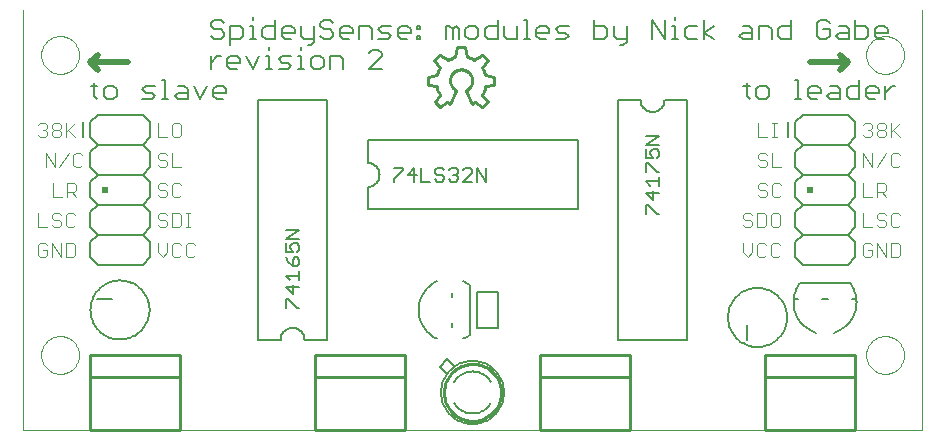
<source format=gto>
G75*
G70*
%OFA0B0*%
%FSLAX24Y24*%
%IPPOS*%
%LPD*%
%AMOC8*
5,1,8,0,0,1.08239X$1,22.5*
%
%ADD10C,0.0000*%
%ADD11C,0.0060*%
%ADD12C,0.0040*%
%ADD13C,0.0200*%
%ADD14C,0.0050*%
%ADD15C,0.0100*%
%ADD16C,0.0080*%
%ADD17R,0.0200X0.0200*%
D10*
X000101Y000151D02*
X000101Y014147D01*
X000721Y012651D02*
X000723Y012701D01*
X000729Y012751D01*
X000739Y012800D01*
X000753Y012848D01*
X000770Y012895D01*
X000791Y012940D01*
X000816Y012984D01*
X000844Y013025D01*
X000876Y013064D01*
X000910Y013101D01*
X000947Y013135D01*
X000987Y013165D01*
X001029Y013192D01*
X001073Y013216D01*
X001119Y013237D01*
X001166Y013253D01*
X001214Y013266D01*
X001264Y013275D01*
X001313Y013280D01*
X001364Y013281D01*
X001414Y013278D01*
X001463Y013271D01*
X001512Y013260D01*
X001560Y013245D01*
X001606Y013227D01*
X001651Y013205D01*
X001694Y013179D01*
X001735Y013150D01*
X001774Y013118D01*
X001810Y013083D01*
X001842Y013045D01*
X001872Y013005D01*
X001899Y012962D01*
X001922Y012918D01*
X001941Y012872D01*
X001957Y012824D01*
X001969Y012775D01*
X001977Y012726D01*
X001981Y012676D01*
X001981Y012626D01*
X001977Y012576D01*
X001969Y012527D01*
X001957Y012478D01*
X001941Y012430D01*
X001922Y012384D01*
X001899Y012340D01*
X001872Y012297D01*
X001842Y012257D01*
X001810Y012219D01*
X001774Y012184D01*
X001735Y012152D01*
X001694Y012123D01*
X001651Y012097D01*
X001606Y012075D01*
X001560Y012057D01*
X001512Y012042D01*
X001463Y012031D01*
X001414Y012024D01*
X001364Y012021D01*
X001313Y012022D01*
X001264Y012027D01*
X001214Y012036D01*
X001166Y012049D01*
X001119Y012065D01*
X001073Y012086D01*
X001029Y012110D01*
X000987Y012137D01*
X000947Y012167D01*
X000910Y012201D01*
X000876Y012238D01*
X000844Y012277D01*
X000816Y012318D01*
X000791Y012362D01*
X000770Y012407D01*
X000753Y012454D01*
X000739Y012502D01*
X000729Y012551D01*
X000723Y012601D01*
X000721Y012651D01*
X000721Y002651D02*
X000723Y002701D01*
X000729Y002751D01*
X000739Y002800D01*
X000753Y002848D01*
X000770Y002895D01*
X000791Y002940D01*
X000816Y002984D01*
X000844Y003025D01*
X000876Y003064D01*
X000910Y003101D01*
X000947Y003135D01*
X000987Y003165D01*
X001029Y003192D01*
X001073Y003216D01*
X001119Y003237D01*
X001166Y003253D01*
X001214Y003266D01*
X001264Y003275D01*
X001313Y003280D01*
X001364Y003281D01*
X001414Y003278D01*
X001463Y003271D01*
X001512Y003260D01*
X001560Y003245D01*
X001606Y003227D01*
X001651Y003205D01*
X001694Y003179D01*
X001735Y003150D01*
X001774Y003118D01*
X001810Y003083D01*
X001842Y003045D01*
X001872Y003005D01*
X001899Y002962D01*
X001922Y002918D01*
X001941Y002872D01*
X001957Y002824D01*
X001969Y002775D01*
X001977Y002726D01*
X001981Y002676D01*
X001981Y002626D01*
X001977Y002576D01*
X001969Y002527D01*
X001957Y002478D01*
X001941Y002430D01*
X001922Y002384D01*
X001899Y002340D01*
X001872Y002297D01*
X001842Y002257D01*
X001810Y002219D01*
X001774Y002184D01*
X001735Y002152D01*
X001694Y002123D01*
X001651Y002097D01*
X001606Y002075D01*
X001560Y002057D01*
X001512Y002042D01*
X001463Y002031D01*
X001414Y002024D01*
X001364Y002021D01*
X001313Y002022D01*
X001264Y002027D01*
X001214Y002036D01*
X001166Y002049D01*
X001119Y002065D01*
X001073Y002086D01*
X001029Y002110D01*
X000987Y002137D01*
X000947Y002167D01*
X000910Y002201D01*
X000876Y002238D01*
X000844Y002277D01*
X000816Y002318D01*
X000791Y002362D01*
X000770Y002407D01*
X000753Y002454D01*
X000739Y002502D01*
X000729Y002551D01*
X000723Y002601D01*
X000721Y002651D01*
X000101Y000151D02*
X030096Y000151D01*
X030096Y014147D01*
X028221Y012651D02*
X028223Y012701D01*
X028229Y012751D01*
X028239Y012800D01*
X028253Y012848D01*
X028270Y012895D01*
X028291Y012940D01*
X028316Y012984D01*
X028344Y013025D01*
X028376Y013064D01*
X028410Y013101D01*
X028447Y013135D01*
X028487Y013165D01*
X028529Y013192D01*
X028573Y013216D01*
X028619Y013237D01*
X028666Y013253D01*
X028714Y013266D01*
X028764Y013275D01*
X028813Y013280D01*
X028864Y013281D01*
X028914Y013278D01*
X028963Y013271D01*
X029012Y013260D01*
X029060Y013245D01*
X029106Y013227D01*
X029151Y013205D01*
X029194Y013179D01*
X029235Y013150D01*
X029274Y013118D01*
X029310Y013083D01*
X029342Y013045D01*
X029372Y013005D01*
X029399Y012962D01*
X029422Y012918D01*
X029441Y012872D01*
X029457Y012824D01*
X029469Y012775D01*
X029477Y012726D01*
X029481Y012676D01*
X029481Y012626D01*
X029477Y012576D01*
X029469Y012527D01*
X029457Y012478D01*
X029441Y012430D01*
X029422Y012384D01*
X029399Y012340D01*
X029372Y012297D01*
X029342Y012257D01*
X029310Y012219D01*
X029274Y012184D01*
X029235Y012152D01*
X029194Y012123D01*
X029151Y012097D01*
X029106Y012075D01*
X029060Y012057D01*
X029012Y012042D01*
X028963Y012031D01*
X028914Y012024D01*
X028864Y012021D01*
X028813Y012022D01*
X028764Y012027D01*
X028714Y012036D01*
X028666Y012049D01*
X028619Y012065D01*
X028573Y012086D01*
X028529Y012110D01*
X028487Y012137D01*
X028447Y012167D01*
X028410Y012201D01*
X028376Y012238D01*
X028344Y012277D01*
X028316Y012318D01*
X028291Y012362D01*
X028270Y012407D01*
X028253Y012454D01*
X028239Y012502D01*
X028229Y012551D01*
X028223Y012601D01*
X028221Y012651D01*
X028221Y002651D02*
X028223Y002701D01*
X028229Y002751D01*
X028239Y002800D01*
X028253Y002848D01*
X028270Y002895D01*
X028291Y002940D01*
X028316Y002984D01*
X028344Y003025D01*
X028376Y003064D01*
X028410Y003101D01*
X028447Y003135D01*
X028487Y003165D01*
X028529Y003192D01*
X028573Y003216D01*
X028619Y003237D01*
X028666Y003253D01*
X028714Y003266D01*
X028764Y003275D01*
X028813Y003280D01*
X028864Y003281D01*
X028914Y003278D01*
X028963Y003271D01*
X029012Y003260D01*
X029060Y003245D01*
X029106Y003227D01*
X029151Y003205D01*
X029194Y003179D01*
X029235Y003150D01*
X029274Y003118D01*
X029310Y003083D01*
X029342Y003045D01*
X029372Y003005D01*
X029399Y002962D01*
X029422Y002918D01*
X029441Y002872D01*
X029457Y002824D01*
X029469Y002775D01*
X029477Y002726D01*
X029481Y002676D01*
X029481Y002626D01*
X029477Y002576D01*
X029469Y002527D01*
X029457Y002478D01*
X029441Y002430D01*
X029422Y002384D01*
X029399Y002340D01*
X029372Y002297D01*
X029342Y002257D01*
X029310Y002219D01*
X029274Y002184D01*
X029235Y002152D01*
X029194Y002123D01*
X029151Y002097D01*
X029106Y002075D01*
X029060Y002057D01*
X029012Y002042D01*
X028963Y002031D01*
X028914Y002024D01*
X028864Y002021D01*
X028813Y002022D01*
X028764Y002027D01*
X028714Y002036D01*
X028666Y002049D01*
X028619Y002065D01*
X028573Y002086D01*
X028529Y002110D01*
X028487Y002137D01*
X028447Y002167D01*
X028410Y002201D01*
X028376Y002238D01*
X028344Y002277D01*
X028316Y002318D01*
X028291Y002362D01*
X028270Y002407D01*
X028253Y002454D01*
X028239Y002502D01*
X028229Y002551D01*
X028223Y002601D01*
X028221Y002651D01*
D11*
X027161Y003398D02*
X027221Y003418D01*
X027280Y003442D01*
X027337Y003470D01*
X027392Y003501D01*
X027446Y003536D01*
X027497Y003573D01*
X027546Y003614D01*
X027592Y003658D01*
X027636Y003704D01*
X027677Y003753D01*
X027715Y003804D01*
X027749Y003857D01*
X027781Y003913D01*
X027808Y003970D01*
X027833Y004029D01*
X027853Y004089D01*
X027871Y004150D01*
X027884Y004212D01*
X027893Y004275D01*
X027899Y004338D01*
X027901Y004402D01*
X027899Y004466D01*
X027893Y004529D01*
X027884Y004592D01*
X027870Y004654D01*
X027853Y004715D01*
X027832Y004775D01*
X027808Y004834D01*
X027780Y004891D01*
X027748Y004947D01*
X027713Y005000D01*
X027676Y005051D01*
X026026Y005051D01*
X025963Y004501D02*
X025806Y004501D01*
X026738Y004501D02*
X026963Y004501D01*
X026026Y005051D02*
X025989Y005000D01*
X025954Y004947D01*
X025922Y004891D01*
X025894Y004834D01*
X025870Y004775D01*
X025849Y004715D01*
X025832Y004654D01*
X025818Y004592D01*
X025809Y004529D01*
X025803Y004466D01*
X025801Y004402D01*
X025803Y004338D01*
X025809Y004275D01*
X025818Y004212D01*
X025831Y004150D01*
X025849Y004089D01*
X025869Y004029D01*
X025894Y003970D01*
X025921Y003913D01*
X025953Y003857D01*
X025987Y003804D01*
X026025Y003753D01*
X026066Y003704D01*
X026110Y003658D01*
X026156Y003614D01*
X026205Y003573D01*
X026256Y003536D01*
X026310Y003501D01*
X026365Y003470D01*
X026422Y003442D01*
X026481Y003418D01*
X026541Y003398D01*
X027738Y004501D02*
X027896Y004501D01*
X027601Y005651D02*
X026101Y005651D01*
X025851Y005901D01*
X025851Y006401D01*
X026101Y006651D01*
X027601Y006651D01*
X027851Y006401D01*
X027851Y005901D01*
X027601Y005651D01*
X027601Y006651D02*
X027851Y006901D01*
X027851Y007401D01*
X027601Y007651D01*
X026101Y007651D01*
X025851Y007401D01*
X025851Y006901D01*
X026101Y006651D01*
X026101Y007651D02*
X025851Y007901D01*
X025851Y008401D01*
X026101Y008651D01*
X027601Y008651D01*
X027851Y008401D01*
X027851Y007901D01*
X027601Y007651D01*
X027601Y008651D02*
X027851Y008901D01*
X027851Y009401D01*
X027601Y009651D01*
X026101Y009651D01*
X025851Y009401D01*
X025851Y008901D01*
X026101Y008651D01*
X026101Y009651D02*
X025851Y009901D01*
X025851Y010401D01*
X026101Y010651D01*
X027601Y010651D01*
X027851Y010401D01*
X027851Y009901D01*
X027601Y009651D01*
X027675Y011181D02*
X027568Y011288D01*
X027568Y011501D01*
X027675Y011608D01*
X027995Y011608D01*
X027995Y011822D02*
X027995Y011181D01*
X027675Y011181D01*
X027351Y011181D02*
X027030Y011181D01*
X026924Y011288D01*
X027030Y011395D01*
X027351Y011395D01*
X027351Y011501D02*
X027351Y011181D01*
X027351Y011501D02*
X027244Y011608D01*
X027030Y011608D01*
X026706Y011501D02*
X026706Y011395D01*
X026279Y011395D01*
X026279Y011501D02*
X026279Y011288D01*
X026386Y011181D01*
X026599Y011181D01*
X026706Y011501D02*
X026599Y011608D01*
X026386Y011608D01*
X026279Y011501D01*
X026063Y011181D02*
X025850Y011181D01*
X025956Y011181D02*
X025956Y011822D01*
X025850Y011822D01*
X024987Y011501D02*
X024987Y011288D01*
X024881Y011181D01*
X024667Y011181D01*
X024560Y011288D01*
X024560Y011501D01*
X024667Y011608D01*
X024881Y011608D01*
X024987Y011501D01*
X024344Y011608D02*
X024131Y011608D01*
X024238Y011715D02*
X024238Y011288D01*
X024344Y011181D01*
X022251Y011151D02*
X021501Y011151D01*
X021499Y011112D01*
X021493Y011073D01*
X021484Y011035D01*
X021471Y010998D01*
X021454Y010962D01*
X021434Y010929D01*
X021410Y010897D01*
X021384Y010868D01*
X021355Y010842D01*
X021323Y010818D01*
X021290Y010798D01*
X021254Y010781D01*
X021217Y010768D01*
X021179Y010759D01*
X021140Y010753D01*
X021101Y010751D01*
X021062Y010753D01*
X021023Y010759D01*
X020985Y010768D01*
X020948Y010781D01*
X020912Y010798D01*
X020879Y010818D01*
X020847Y010842D01*
X020818Y010868D01*
X020792Y010897D01*
X020768Y010929D01*
X020748Y010962D01*
X020731Y010998D01*
X020718Y011035D01*
X020709Y011073D01*
X020703Y011112D01*
X020701Y011151D01*
X019951Y011151D01*
X019951Y003151D01*
X022251Y003151D01*
X022251Y011151D01*
X018601Y009801D02*
X018601Y007501D01*
X011601Y007501D01*
X011601Y008251D01*
X011640Y008253D01*
X011679Y008259D01*
X011717Y008268D01*
X011754Y008281D01*
X011790Y008298D01*
X011823Y008318D01*
X011855Y008342D01*
X011884Y008368D01*
X011910Y008397D01*
X011934Y008429D01*
X011954Y008462D01*
X011971Y008498D01*
X011984Y008535D01*
X011993Y008573D01*
X011999Y008612D01*
X012001Y008651D01*
X011999Y008690D01*
X011993Y008729D01*
X011984Y008767D01*
X011971Y008804D01*
X011954Y008840D01*
X011934Y008873D01*
X011910Y008905D01*
X011884Y008934D01*
X011855Y008960D01*
X011823Y008984D01*
X011790Y009004D01*
X011754Y009021D01*
X011717Y009034D01*
X011679Y009043D01*
X011640Y009049D01*
X011601Y009051D01*
X011601Y009801D01*
X018601Y009801D01*
X012071Y012181D02*
X011644Y012181D01*
X012071Y012608D01*
X012071Y012715D01*
X011965Y012822D01*
X011751Y012822D01*
X011644Y012715D01*
X011749Y013181D02*
X011749Y013501D01*
X011642Y013608D01*
X011322Y013608D01*
X011322Y013181D01*
X010998Y013181D02*
X010784Y013181D01*
X010678Y013288D01*
X010678Y013501D01*
X010784Y013608D01*
X010998Y013608D01*
X011105Y013501D01*
X011105Y013395D01*
X010678Y013395D01*
X010460Y013395D02*
X010460Y013288D01*
X010353Y013181D01*
X010140Y013181D01*
X010033Y013288D01*
X010140Y013501D02*
X010353Y013501D01*
X010460Y013395D01*
X010140Y013501D02*
X010033Y013608D01*
X010033Y013715D01*
X010140Y013822D01*
X010353Y013822D01*
X010460Y013715D01*
X009816Y013608D02*
X009816Y013074D01*
X009709Y012968D01*
X009602Y012968D01*
X009388Y012928D02*
X009388Y012822D01*
X009388Y012608D02*
X009281Y012608D01*
X009388Y012608D02*
X009388Y012181D01*
X009281Y012181D02*
X009495Y012181D01*
X009711Y012288D02*
X009818Y012181D01*
X010031Y012181D01*
X010138Y012288D01*
X010138Y012501D01*
X010031Y012608D01*
X009818Y012608D01*
X009711Y012501D01*
X009711Y012288D01*
X009064Y012288D02*
X008957Y012395D01*
X008743Y012395D01*
X008637Y012501D01*
X008743Y012608D01*
X009064Y012608D01*
X009064Y012288D02*
X008957Y012181D01*
X008637Y012181D01*
X008420Y012181D02*
X008207Y012181D01*
X008314Y012181D02*
X008314Y012608D01*
X008207Y012608D01*
X007989Y012608D02*
X007776Y012181D01*
X007562Y012608D01*
X007345Y012501D02*
X007345Y012395D01*
X006918Y012395D01*
X006918Y012501D02*
X006918Y012288D01*
X007025Y012181D01*
X007238Y012181D01*
X007345Y012501D02*
X007238Y012608D01*
X007025Y012608D01*
X006918Y012501D01*
X006701Y012608D02*
X006594Y012608D01*
X006381Y012395D01*
X006381Y012608D02*
X006381Y012181D01*
X006245Y011608D02*
X006032Y011181D01*
X005818Y011608D01*
X005601Y011501D02*
X005601Y011181D01*
X005280Y011181D01*
X005174Y011288D01*
X005280Y011395D01*
X005601Y011395D01*
X005601Y011501D02*
X005494Y011608D01*
X005280Y011608D01*
X004851Y011822D02*
X004851Y011181D01*
X004744Y011181D02*
X004958Y011181D01*
X004527Y011288D02*
X004420Y011181D01*
X004100Y011181D01*
X004206Y011395D02*
X004100Y011501D01*
X004206Y011608D01*
X004527Y011608D01*
X004744Y011822D02*
X004851Y011822D01*
X004420Y011395D02*
X004206Y011395D01*
X004420Y011395D02*
X004527Y011288D01*
X003237Y011288D02*
X003131Y011181D01*
X002917Y011181D01*
X002810Y011288D01*
X002810Y011501D01*
X002917Y011608D01*
X003131Y011608D01*
X003237Y011501D01*
X003237Y011288D01*
X002594Y011181D02*
X002488Y011288D01*
X002488Y011715D01*
X002594Y011608D02*
X002381Y011608D01*
X002601Y010651D02*
X004101Y010651D01*
X004351Y010401D01*
X004351Y009901D01*
X004101Y009651D01*
X002601Y009651D01*
X002351Y009401D01*
X002351Y008901D01*
X002601Y008651D01*
X004101Y008651D01*
X004351Y008401D01*
X004351Y007901D01*
X004101Y007651D01*
X002601Y007651D01*
X002351Y007401D01*
X002351Y006901D01*
X002601Y006651D01*
X002351Y006401D01*
X002351Y005901D01*
X002601Y005651D01*
X004101Y005651D01*
X004351Y005901D01*
X004351Y006401D01*
X004101Y006651D01*
X002601Y006651D01*
X004101Y006651D02*
X004351Y006901D01*
X004351Y007401D01*
X004101Y007651D01*
X002601Y007651D02*
X002351Y007901D01*
X002351Y008401D01*
X002601Y008651D01*
X004101Y008651D02*
X004351Y008901D01*
X004351Y009401D01*
X004101Y009651D01*
X002601Y009651D02*
X002351Y009901D01*
X002351Y010401D01*
X002601Y010651D01*
X006463Y011288D02*
X006570Y011181D01*
X006783Y011181D01*
X006890Y011395D02*
X006463Y011395D01*
X006463Y011501D02*
X006463Y011288D01*
X006463Y011501D02*
X006570Y011608D01*
X006783Y011608D01*
X006890Y011501D01*
X006890Y011395D01*
X007951Y011151D02*
X010251Y011151D01*
X010251Y003151D01*
X009501Y003151D01*
X009499Y003190D01*
X009493Y003229D01*
X009484Y003267D01*
X009471Y003304D01*
X009454Y003340D01*
X009434Y003373D01*
X009410Y003405D01*
X009384Y003434D01*
X009355Y003460D01*
X009323Y003484D01*
X009290Y003504D01*
X009254Y003521D01*
X009217Y003534D01*
X009179Y003543D01*
X009140Y003549D01*
X009101Y003551D01*
X009062Y003549D01*
X009023Y003543D01*
X008985Y003534D01*
X008948Y003521D01*
X008912Y003504D01*
X008879Y003484D01*
X008847Y003460D01*
X008818Y003434D01*
X008792Y003405D01*
X008768Y003373D01*
X008748Y003340D01*
X008731Y003304D01*
X008718Y003267D01*
X008709Y003229D01*
X008703Y003190D01*
X008701Y003151D01*
X007951Y003151D01*
X007951Y011151D01*
X010355Y012181D02*
X010355Y012608D01*
X010676Y012608D01*
X010782Y012501D01*
X010782Y012181D01*
X009816Y013181D02*
X009495Y013181D01*
X009389Y013288D01*
X009389Y013608D01*
X009171Y013501D02*
X009171Y013395D01*
X008744Y013395D01*
X008744Y013501D02*
X008851Y013608D01*
X009064Y013608D01*
X009171Y013501D01*
X009064Y013181D02*
X008851Y013181D01*
X008744Y013288D01*
X008744Y013501D01*
X008527Y013608D02*
X008206Y013608D01*
X008100Y013501D01*
X008100Y013288D01*
X008206Y013181D01*
X008527Y013181D01*
X008527Y013822D01*
X007777Y013822D02*
X007777Y013928D01*
X007777Y013608D02*
X007777Y013181D01*
X007883Y013181D02*
X007670Y013181D01*
X007452Y013288D02*
X007346Y013181D01*
X007025Y013181D01*
X007025Y012968D02*
X007025Y013608D01*
X007346Y013608D01*
X007452Y013501D01*
X007452Y013288D01*
X007670Y013608D02*
X007777Y013608D01*
X006808Y013715D02*
X006701Y013822D01*
X006488Y013822D01*
X006381Y013715D01*
X006381Y013608D01*
X006488Y013501D01*
X006701Y013501D01*
X006808Y013395D01*
X006808Y013288D01*
X006701Y013181D01*
X006488Y013181D01*
X006381Y013288D01*
X008314Y012928D02*
X008314Y012822D01*
X011967Y013181D02*
X012287Y013181D01*
X012394Y013288D01*
X012287Y013395D01*
X012073Y013395D01*
X011967Y013501D01*
X012073Y013608D01*
X012394Y013608D01*
X012611Y013501D02*
X012718Y013608D01*
X012931Y013608D01*
X013038Y013501D01*
X013038Y013395D01*
X012611Y013395D01*
X012611Y013501D02*
X012611Y013288D01*
X012718Y013181D01*
X012931Y013181D01*
X013256Y013181D02*
X013256Y013288D01*
X013362Y013288D01*
X013362Y013181D01*
X013256Y013181D01*
X013256Y013501D02*
X013256Y013608D01*
X013362Y013608D01*
X013362Y013501D01*
X013256Y013501D01*
X014223Y013608D02*
X014223Y013181D01*
X014436Y013181D02*
X014436Y013501D01*
X014543Y013608D01*
X014650Y013501D01*
X014650Y013181D01*
X014867Y013288D02*
X014974Y013181D01*
X015187Y013181D01*
X015294Y013288D01*
X015294Y013501D01*
X015187Y013608D01*
X014974Y013608D01*
X014867Y013501D01*
X014867Y013288D01*
X014436Y013501D02*
X014329Y013608D01*
X014223Y013608D01*
X015512Y013501D02*
X015512Y013288D01*
X015618Y013181D01*
X015939Y013181D01*
X015939Y013822D01*
X015939Y013608D02*
X015618Y013608D01*
X015512Y013501D01*
X016156Y013608D02*
X016156Y013288D01*
X016263Y013181D01*
X016583Y013181D01*
X016583Y013608D01*
X016801Y013822D02*
X016907Y013822D01*
X016907Y013181D01*
X016801Y013181D02*
X017014Y013181D01*
X017230Y013288D02*
X017230Y013501D01*
X017337Y013608D01*
X017551Y013608D01*
X017657Y013501D01*
X017657Y013395D01*
X017230Y013395D01*
X017230Y013288D02*
X017337Y013181D01*
X017551Y013181D01*
X017875Y013181D02*
X018195Y013181D01*
X018302Y013288D01*
X018195Y013395D01*
X017982Y013395D01*
X017875Y013501D01*
X017982Y013608D01*
X018302Y013608D01*
X019164Y013608D02*
X019484Y013608D01*
X019591Y013501D01*
X019591Y013288D01*
X019484Y013181D01*
X019164Y013181D01*
X019164Y013822D01*
X019808Y013608D02*
X019808Y013288D01*
X019915Y013181D01*
X020235Y013181D01*
X020235Y013074D02*
X020129Y012968D01*
X020022Y012968D01*
X020235Y013074D02*
X020235Y013608D01*
X021097Y013822D02*
X021097Y013181D01*
X021524Y013181D02*
X021524Y013822D01*
X021849Y013822D02*
X021849Y013928D01*
X021849Y013608D02*
X021742Y013608D01*
X021849Y013608D02*
X021849Y013181D01*
X021742Y013181D02*
X021956Y013181D01*
X022172Y013288D02*
X022278Y013181D01*
X022599Y013181D01*
X022816Y013181D02*
X022816Y013822D01*
X022599Y013608D02*
X022278Y013608D01*
X022172Y013501D01*
X022172Y013288D01*
X022816Y013395D02*
X023136Y013608D01*
X022816Y013395D02*
X023136Y013181D01*
X023998Y013288D02*
X024105Y013181D01*
X024425Y013181D01*
X024425Y013501D01*
X024318Y013608D01*
X024105Y013608D01*
X024105Y013395D02*
X024425Y013395D01*
X024642Y013608D02*
X024963Y013608D01*
X025069Y013501D01*
X025069Y013181D01*
X025287Y013288D02*
X025287Y013501D01*
X025394Y013608D01*
X025714Y013608D01*
X025714Y013822D02*
X025714Y013181D01*
X025394Y013181D01*
X025287Y013288D01*
X024642Y013181D02*
X024642Y013608D01*
X024105Y013395D02*
X023998Y013288D01*
X021524Y013181D02*
X021097Y013822D01*
X026576Y013715D02*
X026576Y013288D01*
X026683Y013181D01*
X026896Y013181D01*
X027003Y013288D01*
X027003Y013501D01*
X026789Y013501D01*
X026576Y013715D02*
X026683Y013822D01*
X026896Y013822D01*
X027003Y013715D01*
X027327Y013608D02*
X027541Y013608D01*
X027647Y013501D01*
X027647Y013181D01*
X027327Y013181D01*
X027220Y013288D01*
X027327Y013395D01*
X027647Y013395D01*
X027865Y013608D02*
X028185Y013608D01*
X028292Y013501D01*
X028292Y013288D01*
X028185Y013181D01*
X027865Y013181D01*
X027865Y013822D01*
X028510Y013501D02*
X028616Y013608D01*
X028830Y013608D01*
X028937Y013501D01*
X028937Y013395D01*
X028510Y013395D01*
X028510Y013501D02*
X028510Y013288D01*
X028616Y013181D01*
X028830Y013181D01*
X028857Y011608D02*
X028857Y011181D01*
X028857Y011395D02*
X029071Y011608D01*
X029178Y011608D01*
X028640Y011501D02*
X028640Y011395D01*
X028213Y011395D01*
X028213Y011501D02*
X028213Y011288D01*
X028320Y011181D01*
X028533Y011181D01*
X028640Y011501D02*
X028533Y011608D01*
X028320Y011608D01*
X028213Y011501D01*
X014501Y002251D02*
X014251Y002501D01*
X014001Y002251D01*
X014251Y002001D01*
X015101Y000701D02*
X015153Y000703D01*
X015205Y000709D01*
X015256Y000718D01*
X015306Y000732D01*
X015356Y000749D01*
X015404Y000770D01*
X015450Y000794D01*
X015494Y000822D01*
X015536Y000852D01*
X015575Y000886D01*
X015612Y000923D01*
X015647Y000962D01*
X015678Y001004D01*
X015706Y001048D01*
X015101Y000701D02*
X015049Y000703D01*
X014997Y000709D01*
X014946Y000718D01*
X014896Y000732D01*
X014846Y000749D01*
X014798Y000770D01*
X014752Y000794D01*
X014708Y000822D01*
X014666Y000852D01*
X014627Y000886D01*
X014590Y000923D01*
X014555Y000962D01*
X014524Y001004D01*
X014496Y001048D01*
X014496Y001754D02*
X014524Y001798D01*
X014555Y001840D01*
X014590Y001879D01*
X014627Y001916D01*
X014666Y001950D01*
X014708Y001980D01*
X014752Y002008D01*
X014798Y002032D01*
X014846Y002053D01*
X014896Y002070D01*
X014946Y002084D01*
X014997Y002093D01*
X015049Y002099D01*
X015101Y002101D01*
X015153Y002099D01*
X015205Y002093D01*
X015256Y002084D01*
X015306Y002070D01*
X015356Y002053D01*
X015404Y002032D01*
X015450Y002008D01*
X015494Y001980D01*
X015536Y001950D01*
X015575Y001916D01*
X015612Y001879D01*
X015647Y001840D01*
X015678Y001798D01*
X015706Y001754D01*
X014051Y001401D02*
X014053Y001466D01*
X014059Y001530D01*
X014069Y001594D01*
X014083Y001657D01*
X014100Y001719D01*
X014122Y001780D01*
X014147Y001840D01*
X014176Y001898D01*
X014208Y001954D01*
X014244Y002008D01*
X014283Y002059D01*
X014325Y002108D01*
X014370Y002155D01*
X014418Y002198D01*
X014468Y002239D01*
X014521Y002276D01*
X014576Y002310D01*
X014633Y002341D01*
X014692Y002368D01*
X014752Y002391D01*
X014814Y002411D01*
X014876Y002427D01*
X014940Y002439D01*
X015004Y002447D01*
X015069Y002451D01*
X015133Y002451D01*
X015198Y002447D01*
X015262Y002439D01*
X015326Y002427D01*
X015388Y002411D01*
X015450Y002391D01*
X015510Y002368D01*
X015569Y002341D01*
X015626Y002310D01*
X015681Y002276D01*
X015734Y002239D01*
X015784Y002198D01*
X015832Y002155D01*
X015877Y002108D01*
X015919Y002059D01*
X015958Y002008D01*
X015994Y001954D01*
X016026Y001898D01*
X016055Y001840D01*
X016080Y001780D01*
X016102Y001719D01*
X016119Y001657D01*
X016133Y001594D01*
X016143Y001530D01*
X016149Y001466D01*
X016151Y001401D01*
X016149Y001336D01*
X016143Y001272D01*
X016133Y001208D01*
X016119Y001145D01*
X016102Y001083D01*
X016080Y001022D01*
X016055Y000962D01*
X016026Y000904D01*
X015994Y000848D01*
X015958Y000794D01*
X015919Y000743D01*
X015877Y000694D01*
X015832Y000647D01*
X015784Y000604D01*
X015734Y000563D01*
X015681Y000526D01*
X015626Y000492D01*
X015569Y000461D01*
X015510Y000434D01*
X015450Y000411D01*
X015388Y000391D01*
X015326Y000375D01*
X015262Y000363D01*
X015198Y000355D01*
X015133Y000351D01*
X015069Y000351D01*
X015004Y000355D01*
X014940Y000363D01*
X014876Y000375D01*
X014814Y000391D01*
X014752Y000411D01*
X014692Y000434D01*
X014633Y000461D01*
X014576Y000492D01*
X014521Y000526D01*
X014468Y000563D01*
X014418Y000604D01*
X014370Y000647D01*
X014325Y000694D01*
X014283Y000743D01*
X014244Y000794D01*
X014208Y000848D01*
X014176Y000904D01*
X014147Y000962D01*
X014122Y001022D01*
X014100Y001083D01*
X014083Y001145D01*
X014069Y001208D01*
X014059Y001272D01*
X014053Y001336D01*
X014051Y001401D01*
D12*
X005848Y005998D02*
X005772Y005921D01*
X005618Y005921D01*
X005541Y005998D01*
X005541Y006305D01*
X005618Y006382D01*
X005772Y006382D01*
X005848Y006305D01*
X005388Y006305D02*
X005311Y006382D01*
X005158Y006382D01*
X005081Y006305D01*
X005081Y005998D01*
X005158Y005921D01*
X005311Y005921D01*
X005388Y005998D01*
X004928Y006075D02*
X004928Y006382D01*
X004621Y006382D02*
X004621Y006075D01*
X004774Y005921D01*
X004928Y006075D01*
X004851Y006921D02*
X004697Y006921D01*
X004621Y006998D01*
X004697Y007151D02*
X004851Y007151D01*
X004928Y007075D01*
X004928Y006998D01*
X004851Y006921D01*
X005081Y006921D02*
X005311Y006921D01*
X005388Y006998D01*
X005388Y007305D01*
X005311Y007382D01*
X005081Y007382D01*
X005081Y006921D01*
X004697Y007151D02*
X004621Y007228D01*
X004621Y007305D01*
X004697Y007382D01*
X004851Y007382D01*
X004928Y007305D01*
X005541Y007382D02*
X005695Y007382D01*
X005618Y007382D02*
X005618Y006921D01*
X005541Y006921D02*
X005695Y006921D01*
X005311Y007921D02*
X005388Y007998D01*
X005311Y007921D02*
X005158Y007921D01*
X005081Y007998D01*
X005081Y008305D01*
X005158Y008382D01*
X005311Y008382D01*
X005388Y008305D01*
X004928Y008305D02*
X004851Y008382D01*
X004697Y008382D01*
X004621Y008305D01*
X004621Y008228D01*
X004697Y008151D01*
X004851Y008151D01*
X004928Y008075D01*
X004928Y007998D01*
X004851Y007921D01*
X004697Y007921D01*
X004621Y007998D01*
X004697Y008921D02*
X004621Y008998D01*
X004697Y008921D02*
X004851Y008921D01*
X004928Y008998D01*
X004928Y009075D01*
X004851Y009151D01*
X004697Y009151D01*
X004621Y009228D01*
X004621Y009305D01*
X004697Y009382D01*
X004851Y009382D01*
X004928Y009305D01*
X005081Y009382D02*
X005081Y008921D01*
X005388Y008921D01*
X005311Y009921D02*
X005388Y009998D01*
X005388Y010305D01*
X005311Y010382D01*
X005158Y010382D01*
X005081Y010305D01*
X005081Y009998D01*
X005158Y009921D01*
X005311Y009921D01*
X004928Y009921D02*
X004621Y009921D01*
X004621Y010382D01*
X002098Y009305D02*
X002022Y009382D01*
X001868Y009382D01*
X001791Y009305D01*
X001791Y008998D01*
X001868Y008921D01*
X002022Y008921D01*
X002098Y008998D01*
X001638Y009382D02*
X001331Y008921D01*
X001178Y008921D02*
X001178Y009382D01*
X000871Y009382D02*
X001178Y008921D01*
X000871Y008921D02*
X000871Y009382D01*
X000851Y009921D02*
X000697Y009921D01*
X000621Y009998D01*
X000774Y010151D02*
X000851Y010151D01*
X000928Y010075D01*
X000928Y009998D01*
X000851Y009921D01*
X001081Y009998D02*
X001081Y010075D01*
X001158Y010151D01*
X001311Y010151D01*
X001388Y010075D01*
X001388Y009998D01*
X001311Y009921D01*
X001158Y009921D01*
X001081Y009998D01*
X001158Y010151D02*
X001081Y010228D01*
X001081Y010305D01*
X001158Y010382D01*
X001311Y010382D01*
X001388Y010305D01*
X001388Y010228D01*
X001311Y010151D01*
X001541Y010075D02*
X001848Y010382D01*
X001541Y010382D02*
X001541Y009921D01*
X001618Y010151D02*
X001848Y009921D01*
X000928Y010228D02*
X000928Y010305D01*
X000851Y010382D01*
X000697Y010382D01*
X000621Y010305D01*
X000851Y010151D02*
X000928Y010228D01*
X001121Y008382D02*
X001121Y007921D01*
X001428Y007921D01*
X001581Y007921D02*
X001581Y008382D01*
X001811Y008382D01*
X001888Y008305D01*
X001888Y008151D01*
X001811Y008075D01*
X001581Y008075D01*
X001735Y008075D02*
X001888Y007921D01*
X001772Y007382D02*
X001618Y007382D01*
X001541Y007305D01*
X001541Y006998D01*
X001618Y006921D01*
X001772Y006921D01*
X001848Y006998D01*
X001848Y007305D02*
X001772Y007382D01*
X001388Y007305D02*
X001311Y007382D01*
X001158Y007382D01*
X001081Y007305D01*
X001081Y007228D01*
X001158Y007151D01*
X001311Y007151D01*
X001388Y007075D01*
X001388Y006998D01*
X001311Y006921D01*
X001158Y006921D01*
X001081Y006998D01*
X000928Y006921D02*
X000621Y006921D01*
X000621Y007382D01*
X000697Y006382D02*
X000621Y006305D01*
X000621Y005998D01*
X000697Y005921D01*
X000851Y005921D01*
X000928Y005998D01*
X000928Y006151D01*
X000774Y006151D01*
X000928Y006305D02*
X000851Y006382D01*
X000697Y006382D01*
X001081Y006382D02*
X001388Y005921D01*
X001388Y006382D01*
X001541Y006382D02*
X001772Y006382D01*
X001848Y006305D01*
X001848Y005998D01*
X001772Y005921D01*
X001541Y005921D01*
X001541Y006382D01*
X001081Y006382D02*
X001081Y005921D01*
X024121Y006075D02*
X024274Y005921D01*
X024428Y006075D01*
X024428Y006382D01*
X024581Y006305D02*
X024581Y005998D01*
X024658Y005921D01*
X024811Y005921D01*
X024888Y005998D01*
X025041Y005998D02*
X025118Y005921D01*
X025272Y005921D01*
X025348Y005998D01*
X025041Y005998D02*
X025041Y006305D01*
X025118Y006382D01*
X025272Y006382D01*
X025348Y006305D01*
X024888Y006305D02*
X024811Y006382D01*
X024658Y006382D01*
X024581Y006305D01*
X024121Y006382D02*
X024121Y006075D01*
X024197Y006921D02*
X024121Y006998D01*
X024197Y006921D02*
X024351Y006921D01*
X024428Y006998D01*
X024428Y007075D01*
X024351Y007151D01*
X024197Y007151D01*
X024121Y007228D01*
X024121Y007305D01*
X024197Y007382D01*
X024351Y007382D01*
X024428Y007305D01*
X024581Y007382D02*
X024811Y007382D01*
X024888Y007305D01*
X024888Y006998D01*
X024811Y006921D01*
X024581Y006921D01*
X024581Y007382D01*
X025041Y007305D02*
X025041Y006998D01*
X025118Y006921D01*
X025272Y006921D01*
X025348Y006998D01*
X025348Y007305D01*
X025272Y007382D01*
X025118Y007382D01*
X025041Y007305D01*
X025158Y007921D02*
X025311Y007921D01*
X025388Y007998D01*
X025158Y007921D02*
X025081Y007998D01*
X025081Y008305D01*
X025158Y008382D01*
X025311Y008382D01*
X025388Y008305D01*
X024928Y008305D02*
X024851Y008382D01*
X024697Y008382D01*
X024621Y008305D01*
X024621Y008228D01*
X024697Y008151D01*
X024851Y008151D01*
X024928Y008075D01*
X024928Y007998D01*
X024851Y007921D01*
X024697Y007921D01*
X024621Y007998D01*
X024697Y008921D02*
X024621Y008998D01*
X024697Y008921D02*
X024851Y008921D01*
X024928Y008998D01*
X024928Y009075D01*
X024851Y009151D01*
X024697Y009151D01*
X024621Y009228D01*
X024621Y009305D01*
X024697Y009382D01*
X024851Y009382D01*
X024928Y009305D01*
X025081Y009382D02*
X025081Y008921D01*
X025388Y008921D01*
X025235Y009921D02*
X025081Y009921D01*
X025158Y009921D02*
X025158Y010382D01*
X025081Y010382D02*
X025235Y010382D01*
X024621Y010382D02*
X024621Y009921D01*
X024928Y009921D01*
X028121Y009998D02*
X028197Y009921D01*
X028351Y009921D01*
X028428Y009998D01*
X028428Y010075D01*
X028351Y010151D01*
X028274Y010151D01*
X028351Y010151D02*
X028428Y010228D01*
X028428Y010305D01*
X028351Y010382D01*
X028197Y010382D01*
X028121Y010305D01*
X028581Y010305D02*
X028581Y010228D01*
X028658Y010151D01*
X028811Y010151D01*
X028888Y010075D01*
X028888Y009998D01*
X028811Y009921D01*
X028658Y009921D01*
X028581Y009998D01*
X028581Y010075D01*
X028658Y010151D01*
X028811Y010151D02*
X028888Y010228D01*
X028888Y010305D01*
X028811Y010382D01*
X028658Y010382D01*
X028581Y010305D01*
X029041Y010382D02*
X029041Y009921D01*
X029041Y010075D02*
X029348Y010382D01*
X029118Y010151D02*
X029348Y009921D01*
X029272Y009382D02*
X029118Y009382D01*
X029041Y009305D01*
X029041Y008998D01*
X029118Y008921D01*
X029272Y008921D01*
X029348Y008998D01*
X029348Y009305D02*
X029272Y009382D01*
X028888Y009382D02*
X028581Y008921D01*
X028428Y008921D02*
X028428Y009382D01*
X028121Y009382D02*
X028428Y008921D01*
X028121Y008921D02*
X028121Y009382D01*
X028121Y008382D02*
X028121Y007921D01*
X028428Y007921D01*
X028581Y007921D02*
X028581Y008382D01*
X028811Y008382D01*
X028888Y008305D01*
X028888Y008151D01*
X028811Y008075D01*
X028581Y008075D01*
X028735Y008075D02*
X028888Y007921D01*
X028811Y007382D02*
X028658Y007382D01*
X028581Y007305D01*
X028581Y007228D01*
X028658Y007151D01*
X028811Y007151D01*
X028888Y007075D01*
X028888Y006998D01*
X028811Y006921D01*
X028658Y006921D01*
X028581Y006998D01*
X028428Y006921D02*
X028121Y006921D01*
X028121Y007382D01*
X028811Y007382D02*
X028888Y007305D01*
X029041Y007305D02*
X029041Y006998D01*
X029118Y006921D01*
X029272Y006921D01*
X029348Y006998D01*
X029348Y007305D02*
X029272Y007382D01*
X029118Y007382D01*
X029041Y007305D01*
X029041Y006382D02*
X029272Y006382D01*
X029348Y006305D01*
X029348Y005998D01*
X029272Y005921D01*
X029041Y005921D01*
X029041Y006382D01*
X028888Y006382D02*
X028888Y005921D01*
X028581Y006382D01*
X028581Y005921D01*
X028428Y005998D02*
X028428Y006151D01*
X028274Y006151D01*
X028121Y005998D02*
X028197Y005921D01*
X028351Y005921D01*
X028428Y005998D01*
X028121Y005998D02*
X028121Y006305D01*
X028197Y006382D01*
X028351Y006382D01*
X028428Y006305D01*
D13*
X027351Y012151D02*
X027601Y012401D01*
X027351Y012651D01*
X027601Y012401D01*
X026351Y012401D01*
X003601Y012401D02*
X002351Y012401D01*
X002601Y012651D01*
X002351Y012401D02*
X002601Y012151D01*
X002351Y012401D01*
D14*
X012476Y008877D02*
X012776Y008877D01*
X012776Y008801D01*
X012476Y008501D01*
X012476Y008426D01*
X012936Y008651D02*
X013236Y008651D01*
X013161Y008426D02*
X013161Y008877D01*
X012936Y008651D01*
X013396Y008877D02*
X013396Y008426D01*
X013697Y008426D01*
X013857Y008501D02*
X013932Y008426D01*
X014082Y008426D01*
X014157Y008501D01*
X014157Y008576D01*
X014082Y008651D01*
X013932Y008651D01*
X013857Y008726D01*
X013857Y008801D01*
X013932Y008877D01*
X014082Y008877D01*
X014157Y008801D01*
X014317Y008801D02*
X014392Y008877D01*
X014542Y008877D01*
X014617Y008801D01*
X014617Y008726D01*
X014542Y008651D01*
X014617Y008576D01*
X014617Y008501D01*
X014542Y008426D01*
X014392Y008426D01*
X014317Y008501D01*
X014467Y008651D02*
X014542Y008651D01*
X014778Y008801D02*
X014853Y008877D01*
X015003Y008877D01*
X015078Y008801D01*
X015078Y008726D01*
X014778Y008426D01*
X015078Y008426D01*
X015238Y008426D02*
X015238Y008877D01*
X015538Y008426D01*
X015538Y008877D01*
X020875Y008745D02*
X020875Y009045D01*
X020950Y009045D01*
X021251Y008745D01*
X021326Y008745D01*
X021326Y008585D02*
X021326Y008285D01*
X021326Y008435D02*
X020875Y008435D01*
X021026Y008285D01*
X021101Y008124D02*
X021101Y007824D01*
X020875Y008049D01*
X021326Y008049D01*
X020950Y007664D02*
X021251Y007364D01*
X021326Y007364D01*
X020875Y007364D02*
X020875Y007664D01*
X020950Y007664D01*
X020875Y009205D02*
X021101Y009205D01*
X021026Y009355D01*
X021026Y009430D01*
X021101Y009506D01*
X021251Y009506D01*
X021326Y009430D01*
X021326Y009280D01*
X021251Y009205D01*
X020875Y009205D02*
X020875Y009506D01*
X020875Y009666D02*
X021326Y009966D01*
X020875Y009966D01*
X020875Y009666D02*
X021326Y009666D01*
X015001Y004976D02*
X015001Y003326D01*
X015266Y003541D02*
X015266Y004761D01*
X015935Y004761D01*
X015935Y003541D01*
X015266Y003541D01*
X014401Y003598D02*
X014401Y003704D01*
X014798Y003201D02*
X014852Y003228D01*
X014903Y003258D01*
X014953Y003291D01*
X015001Y003326D01*
X013904Y003201D02*
X013847Y003230D01*
X013791Y003263D01*
X013738Y003298D01*
X013687Y003338D01*
X013639Y003380D01*
X013593Y003425D01*
X013550Y003472D01*
X013510Y003522D01*
X013473Y003575D01*
X013440Y003630D01*
X013409Y003686D01*
X013383Y003745D01*
X013360Y003805D01*
X013340Y003866D01*
X013325Y003928D01*
X013313Y003991D01*
X013305Y004055D01*
X013301Y004119D01*
X013301Y004183D01*
X013305Y004247D01*
X013313Y004311D01*
X013325Y004374D01*
X013340Y004436D01*
X013360Y004497D01*
X013383Y004557D01*
X013409Y004616D01*
X013440Y004672D01*
X013473Y004727D01*
X013510Y004780D01*
X013550Y004830D01*
X013593Y004877D01*
X013639Y004922D01*
X013687Y004964D01*
X013738Y005004D01*
X013791Y005039D01*
X013847Y005072D01*
X013904Y005101D01*
X014401Y004704D02*
X014401Y004598D01*
X014789Y005105D02*
X014845Y005078D01*
X014899Y005047D01*
X014951Y005013D01*
X015001Y004976D01*
X009326Y004912D02*
X008875Y004912D01*
X009101Y004687D01*
X009101Y004987D01*
X009026Y005147D02*
X008875Y005297D01*
X009326Y005297D01*
X009326Y005147D02*
X009326Y005447D01*
X009251Y005607D02*
X009326Y005682D01*
X009326Y005832D01*
X009251Y005907D01*
X009176Y005907D01*
X009101Y005832D01*
X009101Y005607D01*
X009251Y005607D01*
X009101Y005607D02*
X008950Y005757D01*
X008875Y005907D01*
X008875Y006068D02*
X009101Y006068D01*
X009026Y006218D01*
X009026Y006293D01*
X009101Y006368D01*
X009251Y006368D01*
X009326Y006293D01*
X009326Y006143D01*
X009251Y006068D01*
X008875Y006068D02*
X008875Y006368D01*
X008875Y006528D02*
X009326Y006828D01*
X008875Y006828D01*
X008875Y006528D02*
X009326Y006528D01*
X008950Y004526D02*
X009251Y004226D01*
X009326Y004226D01*
X008875Y004226D02*
X008875Y004526D01*
X008950Y004526D01*
D15*
X009851Y002651D02*
X009851Y001901D01*
X012851Y001901D01*
X012851Y000151D01*
X009851Y000151D01*
X009851Y001901D01*
X009851Y002651D02*
X012851Y002651D01*
X012851Y001901D01*
X014151Y001401D02*
X014153Y001462D01*
X014159Y001524D01*
X014169Y001584D01*
X014183Y001644D01*
X014200Y001703D01*
X014222Y001761D01*
X014247Y001817D01*
X014276Y001872D01*
X014308Y001924D01*
X014343Y001974D01*
X014382Y002022D01*
X014424Y002067D01*
X014468Y002110D01*
X014516Y002149D01*
X014565Y002186D01*
X014617Y002219D01*
X014671Y002248D01*
X014727Y002274D01*
X014784Y002297D01*
X014843Y002315D01*
X014902Y002330D01*
X014963Y002341D01*
X015024Y002348D01*
X015086Y002351D01*
X015147Y002350D01*
X015208Y002345D01*
X015269Y002336D01*
X015329Y002323D01*
X015389Y002306D01*
X015447Y002286D01*
X015503Y002262D01*
X015558Y002234D01*
X015611Y002202D01*
X015662Y002168D01*
X015710Y002130D01*
X015756Y002089D01*
X015799Y002045D01*
X015840Y001998D01*
X015877Y001949D01*
X015911Y001898D01*
X015941Y001845D01*
X015968Y001789D01*
X015991Y001732D01*
X016011Y001674D01*
X016027Y001615D01*
X016039Y001554D01*
X016047Y001493D01*
X016051Y001432D01*
X016051Y001370D01*
X016047Y001309D01*
X016039Y001248D01*
X016027Y001187D01*
X016011Y001128D01*
X015991Y001070D01*
X015968Y001013D01*
X015941Y000957D01*
X015911Y000904D01*
X015877Y000853D01*
X015840Y000804D01*
X015799Y000757D01*
X015756Y000713D01*
X015710Y000672D01*
X015662Y000634D01*
X015611Y000600D01*
X015558Y000568D01*
X015503Y000540D01*
X015447Y000516D01*
X015389Y000496D01*
X015329Y000479D01*
X015269Y000466D01*
X015208Y000457D01*
X015147Y000452D01*
X015086Y000451D01*
X015024Y000454D01*
X014963Y000461D01*
X014902Y000472D01*
X014843Y000487D01*
X014784Y000505D01*
X014727Y000528D01*
X014671Y000554D01*
X014617Y000583D01*
X014565Y000616D01*
X014516Y000653D01*
X014468Y000692D01*
X014424Y000735D01*
X014382Y000780D01*
X014343Y000828D01*
X014308Y000878D01*
X014276Y000930D01*
X014247Y000985D01*
X014222Y001041D01*
X014200Y001099D01*
X014183Y001158D01*
X014169Y001218D01*
X014159Y001278D01*
X014153Y001340D01*
X014151Y001401D01*
X017351Y001901D02*
X017351Y000151D01*
X020351Y000151D01*
X020351Y001901D01*
X017351Y001901D01*
X017351Y002651D01*
X020351Y002651D01*
X020351Y001901D01*
X024851Y001901D02*
X024851Y000151D01*
X027851Y000151D01*
X027851Y001901D01*
X024851Y001901D01*
X024851Y002651D01*
X027851Y002651D01*
X027851Y001901D01*
X015601Y011091D02*
X015411Y010901D01*
X015171Y011071D01*
X015071Y011011D01*
X014881Y011461D01*
X014561Y011461D02*
X014361Y011011D01*
X014261Y011071D01*
X014021Y010901D01*
X013841Y011091D01*
X014001Y011331D01*
X013901Y011601D02*
X013601Y011651D01*
X013601Y011911D01*
X013901Y011971D01*
X014011Y012221D02*
X013831Y012481D01*
X014021Y012661D01*
X014281Y012481D01*
X014531Y012581D02*
X014581Y012901D01*
X014851Y012901D01*
X014901Y012581D01*
X015151Y012481D02*
X015411Y012661D01*
X015601Y012481D01*
X015421Y012221D01*
X015531Y011971D02*
X015831Y011911D01*
X015831Y011651D01*
X015531Y011601D01*
X015431Y011331D02*
X015601Y011091D01*
X015431Y011331D02*
X015454Y011372D01*
X015475Y011415D01*
X015493Y011460D01*
X015508Y011505D01*
X015521Y011551D01*
X015531Y011598D01*
X015530Y011972D02*
X015515Y012024D01*
X015496Y012075D01*
X015474Y012125D01*
X015449Y012173D01*
X015420Y012220D01*
X014881Y011471D02*
X014914Y011489D01*
X014944Y011510D01*
X014973Y011534D01*
X014999Y011561D01*
X015021Y011590D01*
X015041Y011622D01*
X015058Y011655D01*
X015071Y011690D01*
X015080Y011726D01*
X015086Y011763D01*
X015088Y011800D01*
X015086Y011837D01*
X015081Y011874D01*
X015071Y011910D01*
X015059Y011945D01*
X015042Y011979D01*
X015023Y012010D01*
X015000Y012040D01*
X014974Y012067D01*
X014946Y012091D01*
X014915Y012112D01*
X014883Y012130D01*
X014849Y012145D01*
X014813Y012156D01*
X014777Y012164D01*
X014740Y012168D01*
X014702Y012168D01*
X014665Y012164D01*
X014629Y012156D01*
X014593Y012145D01*
X014559Y012130D01*
X014527Y012112D01*
X014496Y012091D01*
X014468Y012067D01*
X014442Y012040D01*
X014419Y012010D01*
X014400Y011979D01*
X014383Y011945D01*
X014371Y011910D01*
X014361Y011874D01*
X014356Y011837D01*
X014354Y011800D01*
X014356Y011763D01*
X014362Y011726D01*
X014371Y011690D01*
X014384Y011655D01*
X014401Y011622D01*
X014421Y011590D01*
X014443Y011561D01*
X014469Y011534D01*
X014498Y011510D01*
X014528Y011489D01*
X014561Y011471D01*
X014005Y011334D02*
X013977Y011384D01*
X013953Y011436D01*
X013932Y011489D01*
X013915Y011544D01*
X013902Y011600D01*
X014284Y012484D02*
X014329Y012509D01*
X014376Y012532D01*
X014424Y012551D01*
X014473Y012568D01*
X014523Y012581D01*
X014012Y012216D02*
X013985Y012170D01*
X013961Y012122D01*
X013940Y012073D01*
X013922Y012022D01*
X013908Y011971D01*
X014906Y012584D02*
X014958Y012570D01*
X015009Y012553D01*
X015059Y012533D01*
X015108Y012510D01*
X015155Y012483D01*
X005351Y002651D02*
X002351Y002651D01*
X002351Y001901D01*
X005351Y001901D01*
X005351Y000151D01*
X002351Y000151D01*
X002351Y001901D01*
X005351Y001901D02*
X005351Y002651D01*
D16*
X002367Y004151D02*
X002369Y004213D01*
X002375Y004276D01*
X002385Y004337D01*
X002399Y004398D01*
X002416Y004458D01*
X002437Y004517D01*
X002463Y004574D01*
X002491Y004629D01*
X002523Y004683D01*
X002559Y004734D01*
X002597Y004784D01*
X002639Y004830D01*
X002683Y004874D01*
X002731Y004915D01*
X002780Y004953D01*
X002832Y004987D01*
X002886Y005018D01*
X002942Y005046D01*
X003000Y005070D01*
X003059Y005091D01*
X003119Y005107D01*
X003180Y005120D01*
X003242Y005129D01*
X003304Y005134D01*
X003367Y005135D01*
X003429Y005132D01*
X003491Y005125D01*
X003553Y005114D01*
X003613Y005099D01*
X003673Y005081D01*
X003731Y005059D01*
X003788Y005033D01*
X003843Y005003D01*
X003896Y004970D01*
X003947Y004934D01*
X003995Y004895D01*
X004041Y004852D01*
X004084Y004807D01*
X004124Y004759D01*
X004161Y004709D01*
X004195Y004656D01*
X004226Y004602D01*
X004252Y004546D01*
X004276Y004488D01*
X004295Y004428D01*
X004311Y004368D01*
X004323Y004306D01*
X004331Y004245D01*
X004335Y004182D01*
X004335Y004120D01*
X004331Y004057D01*
X004323Y003996D01*
X004311Y003934D01*
X004295Y003874D01*
X004276Y003814D01*
X004252Y003756D01*
X004226Y003700D01*
X004195Y003646D01*
X004161Y003593D01*
X004124Y003543D01*
X004084Y003495D01*
X004041Y003450D01*
X003995Y003407D01*
X003947Y003368D01*
X003896Y003332D01*
X003843Y003299D01*
X003788Y003269D01*
X003731Y003243D01*
X003673Y003221D01*
X003613Y003203D01*
X003553Y003188D01*
X003491Y003177D01*
X003429Y003170D01*
X003367Y003167D01*
X003304Y003168D01*
X003242Y003173D01*
X003180Y003182D01*
X003119Y003195D01*
X003059Y003211D01*
X003000Y003232D01*
X002942Y003256D01*
X002886Y003284D01*
X002832Y003315D01*
X002780Y003349D01*
X002731Y003387D01*
X002683Y003428D01*
X002639Y003472D01*
X002597Y003518D01*
X002559Y003568D01*
X002523Y003619D01*
X002491Y003673D01*
X002463Y003728D01*
X002437Y003785D01*
X002416Y003844D01*
X002399Y003904D01*
X002385Y003965D01*
X002375Y004026D01*
X002369Y004089D01*
X002367Y004151D01*
X002597Y004513D02*
X003097Y004513D01*
X002101Y009901D02*
X002101Y010401D01*
X024239Y003647D02*
X024239Y003147D01*
X023617Y003901D02*
X023619Y003963D01*
X023625Y004026D01*
X023635Y004087D01*
X023649Y004148D01*
X023666Y004208D01*
X023687Y004267D01*
X023713Y004324D01*
X023741Y004379D01*
X023773Y004433D01*
X023809Y004484D01*
X023847Y004534D01*
X023889Y004580D01*
X023933Y004624D01*
X023981Y004665D01*
X024030Y004703D01*
X024082Y004737D01*
X024136Y004768D01*
X024192Y004796D01*
X024250Y004820D01*
X024309Y004841D01*
X024369Y004857D01*
X024430Y004870D01*
X024492Y004879D01*
X024554Y004884D01*
X024617Y004885D01*
X024679Y004882D01*
X024741Y004875D01*
X024803Y004864D01*
X024863Y004849D01*
X024923Y004831D01*
X024981Y004809D01*
X025038Y004783D01*
X025093Y004753D01*
X025146Y004720D01*
X025197Y004684D01*
X025245Y004645D01*
X025291Y004602D01*
X025334Y004557D01*
X025374Y004509D01*
X025411Y004459D01*
X025445Y004406D01*
X025476Y004352D01*
X025502Y004296D01*
X025526Y004238D01*
X025545Y004178D01*
X025561Y004118D01*
X025573Y004056D01*
X025581Y003995D01*
X025585Y003932D01*
X025585Y003870D01*
X025581Y003807D01*
X025573Y003746D01*
X025561Y003684D01*
X025545Y003624D01*
X025526Y003564D01*
X025502Y003506D01*
X025476Y003450D01*
X025445Y003396D01*
X025411Y003343D01*
X025374Y003293D01*
X025334Y003245D01*
X025291Y003200D01*
X025245Y003157D01*
X025197Y003118D01*
X025146Y003082D01*
X025093Y003049D01*
X025038Y003019D01*
X024981Y002993D01*
X024923Y002971D01*
X024863Y002953D01*
X024803Y002938D01*
X024741Y002927D01*
X024679Y002920D01*
X024617Y002917D01*
X024554Y002918D01*
X024492Y002923D01*
X024430Y002932D01*
X024369Y002945D01*
X024309Y002961D01*
X024250Y002982D01*
X024192Y003006D01*
X024136Y003034D01*
X024082Y003065D01*
X024030Y003099D01*
X023981Y003137D01*
X023933Y003178D01*
X023889Y003222D01*
X023847Y003268D01*
X023809Y003318D01*
X023773Y003369D01*
X023741Y003423D01*
X023713Y003478D01*
X023687Y003535D01*
X023666Y003594D01*
X023649Y003654D01*
X023635Y003715D01*
X023625Y003776D01*
X023619Y003839D01*
X023617Y003901D01*
X025601Y009901D02*
X025601Y010401D01*
D17*
X026351Y008151D03*
X002851Y008151D03*
M02*

</source>
